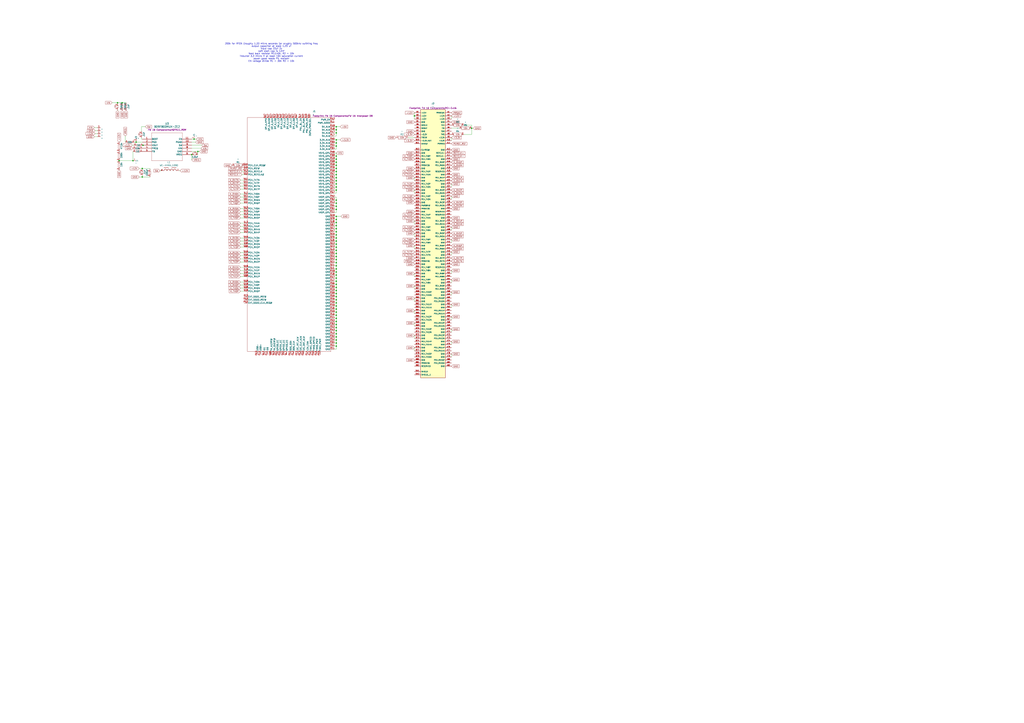
<source format=kicad_sch>
(kicad_sch (version 20231120) (generator "eeschema") (generator_version "8.0")
  (paper "A1")
  (lib_symbols
    (symbol "FW 16 Components:0603"
      (property "Reference" "R" (at 0 0 0))
      (symbol "0603_1_0"
        (pin passive line (at -3.81 1.27 0) (length 1.905) (name "") (number "1"))
        (pin passive line (at 3.81 1.27 180) (length 1.905) (name "") (number "2"))
      )
    )
    (symbol "FW 16 Components:10K"
      (property "Reference" "R" (at 0 0 0))
      (property "Footprint" "FW 16 Components:10k THT" (at 0 0 0) (show_name))
      (symbol "10K_1_0"
        (text "10k" (at 0 2.54 0) (effects (font (size 1.27 1.27))))
        (pin passive line (at -5.08 2.54 0) (length 2) (name "") (number "1"))
        (pin passive line (at 5.08 2.54 180) (length 2) (name "") (number "2"))
      )
    )
    (symbol "FW 16 Components:1210_capacitor"
      (property "Reference" "C" (at 0 0 0))
      (property "Footprint" "FW 16 Components:1210 capacitor" (at 0 0 0))
      (symbol "1210_capacitor_1_0"
        (text "1210\n" (at 0 3.81 0) (effects (font (size 0.5 0.5))))
        (pin passive line (at -2.54 1.905 0) (length 1.905) (name "") (number "1"))
        (pin passive line (at 2.54 1.905 180) (length 1.905) (name "") (number "2"))
      )
    )
    (symbol "FW 16 Components:25SVPF100M"
      (property "Reference" "C" (at 0 0 0))
      (property "Value" "100uf" (at 0 0 0))
      (symbol "25SVPF100M_1_1"
        (pin input line (at -3.175 2.54 0) (length 2.54) (name "") (number "1"))
        (pin input line (at 3.175 2.54 180) (length 2.54) (name "") (number "2"))
      )
    )
    (symbol "FW 16 Components:BD9F800MUX-ZE2" (pin_names (offset 0.254))
      (property "Reference" "U" (at 20.32 10.16 0))
      (property "Value" "BD9F800MUX-ZE2" (at 20.32 7.62 0))
      (property "Footprint" "FW 16 Components:VQFN11_ROM" (at 0 0 0))
      (symbol "BD9F800MUX-ZE2_0_1"
        (pin unspecified line (at 0 0 0) (length 7.62) (name "BOOT") (number "1"))
        (pin power_out line (at 40.64 -2.54 180) (length 7.62) (name "PGND") (number "10"))
        (pin input line (at 40.64 0 180) (length 7.62) (name "EN") (number "11"))
        (pin unspecified line (at 0 -2.54 0) (length 7.62) (name "PGD") (number "2"))
        (pin output line (at 0 -5.08 0) (length 7.62) (name "VOUT") (number "3"))
        (pin unspecified line (at 0 -7.62 0) (length 7.62) (name "FREQ") (number "4"))
        (pin input line (at 0 -10.16 0) (length 7.62) (name "FB") (number "5"))
        (pin power_in line (at 40.64 -12.7 180) (length 7.62) (name "VREG") (number "6"))
        (pin power_out line (at 40.64 -10.16 180) (length 7.62) (name "GND") (number "7"))
        (pin input line (at 40.64 -7.62 180) (length 7.62) (name "VIN") (number "8"))
        (pin bidirectional line (at 40.64 -5.08 180) (length 7.62) (name "SW") (number "9"))
      )
    )
    (symbol "FW 16 Components:Interposer_DB_"
      (property "Reference" "J" (at 0 -1.27 0))
      (property "Footprint" "FW 16 Components:FW 16 Interposer DB" (at -28.575 1.27 90) (show_name))
      (symbol "Interposer_DB__1_1"
        (pin bidirectional line (at 36.195 123.825 180) (length 2.54) (name "VADP_GPU") (number "PA1"))
        (pin bidirectional line (at 36.195 131.445 180) (length 2.54) (name "VADP_GPU") (number "PA2"))
        (pin bidirectional line (at 36.195 29.21 180) (length 2.54) (name "GND") (number "PA3"))
        (pin bidirectional line (at 36.195 173.355 180) (length 2.54) (name "3.3V_ALW") (number "PA4"))
        (pin bidirectional line (at 36.195 178.435 180) (length 2.54) (name "3.3V_ALW") (number "PA5"))
        (pin bidirectional line (at 36.195 59.69 180) (length 2.54) (name "GND") (number "PA6"))
        (pin bidirectional line (at 36.195 149.86 180) (length 2.54) (name "VSYS_GPU") (number "PA7"))
        (pin bidirectional line (at 36.195 167.64 180) (length 2.54) (name "VSYS_GPU") (number "PA8"))
        (pin bidirectional line (at 36.195 121.285 180) (length 2.54) (name "VADP_GPU") (number "PB1"))
        (pin bidirectional line (at 36.195 128.905 180) (length 2.54) (name "VADP_GPU") (number "PB2"))
        (pin bidirectional line (at 36.195 26.67 180) (length 2.54) (name "GND") (number "PB3"))
        (pin bidirectional line (at 36.195 170.815 180) (length 2.54) (name "3.3V_ALW") (number "PB4"))
        (pin bidirectional line (at 36.195 175.895 180) (length 2.54) (name "3.3V_ALW") (number "PB5"))
        (pin bidirectional line (at 36.195 57.15 180) (length 2.54) (name "GND") (number "PB6"))
        (pin bidirectional line (at 36.195 147.32 180) (length 2.54) (name "VSYS_GPU") (number "PB7"))
        (pin bidirectional line (at 36.195 165.1 180) (length 2.54) (name "VSYS_GPU") (number "PB8"))
        (pin bidirectional line (at 36.195 118.745 180) (length 2.54) (name "VADP_GPU") (number "PC1"))
        (pin bidirectional line (at 36.195 126.365 180) (length 2.54) (name "VADP_GPU") (number "PC2"))
        (pin bidirectional line (at 8.89 1.905 90) (length 2.54) (name "I2C_CLK_ALW") (number "PC3"))
        (pin bidirectional line (at 36.195 54.61 180) (length 2.54) (name "GND") (number "PC6"))
        (pin bidirectional line (at 36.195 144.78 180) (length 2.54) (name "VSYS_GPU") (number "PC7"))
        (pin bidirectional line (at 36.195 162.56 180) (length 2.54) (name "VSYS_GPU") (number "PC8"))
        (pin bidirectional line (at 36.195 11.43 180) (length 2.54) (name "GND") (number "PD1"))
        (pin bidirectional line (at 36.195 16.51 180) (length 2.54) (name "GND") (number "PD2"))
        (pin bidirectional line (at 11.43 1.905 90) (length 2.54) (name "I2C_DAT_ALW") (number "PD3"))
        (pin bidirectional line (at 36.195 52.07 180) (length 2.54) (name "GND") (number "PD6"))
        (pin bidirectional line (at 36.195 142.24 180) (length 2.54) (name "VSYS_GPU") (number "PD7"))
        (pin bidirectional line (at 36.195 160.02 180) (length 2.54) (name "VSYS_GPU") (number "PD8"))
        (pin bidirectional line (at 36.195 8.89 180) (length 2.54) (name "GND") (number "PE1"))
        (pin bidirectional line (at 36.195 13.97 180) (length 2.54) (name "GND") (number "PE2"))
        (pin bidirectional line (at 36.195 24.13 180) (length 2.54) (name "GND") (number "PE3"))
        (pin bidirectional line (at 36.195 49.53 180) (length 2.54) (name "GND") (number "PE6"))
        (pin bidirectional line (at 36.195 139.7 180) (length 2.54) (name "VSYS_GPU") (number "PE7"))
        (pin bidirectional line (at 36.195 157.48 180) (length 2.54) (name "VSYS_GPU") (number "PE8"))
        (pin bidirectional line (at 36.195 6.35 180) (length 2.54) (name "GND") (number "PF1"))
        (pin bidirectional line (at 6.35 1.905 90) (length 2.54) (name "I2C_INT_ALW") (number "PF2"))
        (pin bidirectional line (at -37.465 49.53 0) (length 2.54) (name "EXT_SSD1_RST#") (number "PF3"))
        (pin bidirectional line (at 36.195 46.99 180) (length 2.54) (name "GND") (number "PF6"))
        (pin bidirectional line (at 36.195 137.16 180) (length 2.54) (name "VSYS_GPU") (number "PF7"))
        (pin bidirectional line (at 36.195 154.94 180) (length 2.54) (name "VSYS_GPU") (number "PF8"))
        (pin bidirectional line (at -10.16 1.905 90) (length 2.54) (name "GPIO0_EC") (number "PG1"))
        (pin bidirectional line (at -37.465 44.45 0) (length 2.54) (name "EXT_SSD2_CLK_REQ#") (number "PG2"))
        (pin bidirectional line (at -37.465 46.99 0) (length 2.54) (name "EXT_SSD2_RST#") (number "PG3"))
        (pin bidirectional line (at 36.195 44.45 180) (length 2.54) (name "GND") (number "PG6"))
        (pin bidirectional line (at 36.195 134.62 180) (length 2.54) (name "VSYS_GPU") (number "PG7"))
        (pin bidirectional line (at 36.195 152.4 180) (length 2.54) (name "VSYS_GPU") (number "PG8"))
        (pin bidirectional line (at -7.62 1.905 90) (length 2.54) (name "GPIO1_EC") (number "PH1"))
        (pin bidirectional line (at 19.685 1.905 90) (length 2.54) (name "FAN0_SPEED") (number "PH2"))
        (pin bidirectional line (at 36.195 21.59 180) (length 2.54) (name "GND") (number "PH3"))
        (pin bidirectional line (at 36.195 41.91 180) (length 2.54) (name "GND") (number "PH6"))
        (pin bidirectional line (at 36.195 64.77 180) (length 2.54) (name "GND") (number "PH7"))
        (pin bidirectional line (at 36.195 69.85 180) (length 2.54) (name "GND") (number "PH8"))
        (pin output line (at -18.415 1.905 90) (length 2.54) (name "ID0") (number "PJ1"))
        (pin bidirectional line (at 17.145 1.905 90) (length 2.54) (name "FAN1_SPEED") (number "PJ2"))
        (pin bidirectional line (at -24.13 1.905 90) (length 2.54) (name "USB+") (number "PJ3"))
        (pin bidirectional line (at 36.195 39.37 180) (length 2.54) (name "GND") (number "PJ6"))
        (pin bidirectional line (at 36.195 62.23 180) (length 2.54) (name "GND") (number "PJ7"))
        (pin bidirectional line (at 36.195 67.31 180) (length 2.54) (name "GND") (number "PJ8"))
        (pin bidirectional line (at 0.635 1.905 90) (length 2.54) (name "DDS_SDA") (number "PK1"))
        (pin bidirectional line (at 36.195 194.945 180) (length 2.54) (name "PWR_EN") (number "PK2"))
        (pin bidirectional line (at -26.67 1.905 90) (length 2.54) (name "USB-") (number "PK3"))
        (pin bidirectional line (at 36.195 31.75 180) (length 2.54) (name "GND") (number "PK4"))
        (pin bidirectional line (at 24.765 1.905 90) (length 2.54) (name "FAN1_PWM") (number "PK5"))
        (pin bidirectional line (at 36.195 36.83 180) (length 2.54) (name "GND") (number "PK6"))
        (pin bidirectional line (at 36.195 184.15 180) (length 2.54) (name "5V_ALW") (number "PK7"))
        (pin bidirectional line (at 36.195 189.23 180) (length 2.54) (name "5V_ALW") (number "PK8"))
        (pin bidirectional line (at 36.195 192.405 180) (length 2.54) (name "PWR_GOOD") (number "PL1"))
        (pin bidirectional line (at 3.175 1.905 90) (length 2.54) (name "DDS_CLK") (number "PL2"))
        (pin bidirectional line (at 36.195 19.05 180) (length 2.54) (name "GND") (number "PL3"))
        (pin bidirectional line (at 14.605 1.905 90) (length 2.54) (name "12V_FAN") (number "PL4"))
        (pin bidirectional line (at 22.225 1.905 90) (length 2.54) (name "FAN0_PWM") (number "PL5"))
        (pin bidirectional line (at 36.195 34.29 180) (length 2.54) (name "GND") (number "PL6"))
        (pin bidirectional line (at 36.195 181.61 180) (length 2.54) (name "5V_ALW") (number "PL7"))
        (pin bidirectional line (at 36.195 186.69 180) (length 2.54) (name "5V_ALW") (number "PL8"))
        (pin bidirectional line (at -37.465 126.365 0) (length 2.54) (name "PEX_RX6P") (number "SA1"))
        (pin bidirectional line (at -5.08 1.905 90) (length 2.54) (name "GPIO2_EC") (number "SA2"))
        (pin bidirectional line (at -37.465 102.235 0) (length 2.54) (name "PEX_RX4P") (number "SA3"))
        (pin bidirectional line (at -37.465 157.48 0) (length 2.54) (name "PEX_CLK_REQ#") (number "SA4"))
        (pin bidirectional line (at -37.465 154.94 0) (length 2.54) (name "PEX_RST#") (number "SA5"))
        (pin bidirectional line (at -37.465 92.71 0) (length 2.54) (name "PEX_RX3N") (number "SA6"))
        (pin bidirectional line (at -19.685 199.39 270) (length 2.54) (name "DP_A_HPD") (number "SA7"))
        (pin bidirectional line (at -37.465 68.58 0) (length 2.54) (name "PEX_RX1N") (number "SA8"))
        (pin bidirectional line (at -37.465 128.905 0) (length 2.54) (name "PEX_RX6N") (number "SB1"))
        (pin bidirectional line (at 36.195 85.09 180) (length 2.54) (name "GND") (number "SB2"))
        (pin bidirectional line (at -37.465 104.775 0) (length 2.54) (name "PEX_RX4N") (number "SB3"))
        (pin bidirectional line (at 16.51 199.39 270) (length 2.54) (name "DGPU_PWM_SEL") (number "SB4"))
        (pin bidirectional line (at -15.24 1.905 90) (length 2.54) (name "TH_ALERT#") (number "SB5"))
        (pin bidirectional line (at -37.465 90.17 0) (length 2.54) (name "PEX_RX3P") (number "SB6"))
        (pin bidirectional line (at 36.195 107.95 180) (length 2.54) (name "GND") (number "SB7"))
        (pin bidirectional line (at -37.465 66.04 0) (length 2.54) (name "PEX_RX1P") (number "SB8"))
        (pin bidirectional line (at 36.195 77.47 180) (length 2.54) (name "GND") (number "SC1"))
        (pin bidirectional line (at -37.465 152.4 0) (length 2.54) (name "PEX_REFCLK") (number "SC2"))
        (pin bidirectional line (at 36.195 92.71 180) (length 2.54) (name "GND") (number "SC3"))
        (pin bidirectional line (at 36.195 100.33 180) (length 2.54) (name "GND") (number "SC6"))
        (pin bidirectional line (at -1.905 199.39 270) (length 2.54) (name "DP_A_L1#") (number "SC7"))
        (pin bidirectional line (at 36.195 115.57 180) (length 2.54) (name "GND") (number "SC8"))
        (pin bidirectional line (at -37.465 140.335 0) (length 2.54) (name "PEX_RX7N") (number "SD1"))
        (pin bidirectional line (at -37.465 149.86 0) (length 2.54) (name "PEX_REFCLK#") (number "SD2"))
        (pin bidirectional line (at -37.465 114.3 0) (length 2.54) (name "PEX_RX5P") (number "SD3"))
        (pin bidirectional line (at -37.465 80.645 0) (length 2.54) (name "PEX_RX2N") (number "SD6"))
        (pin bidirectional line (at 0.635 199.39 270) (length 2.54) (name "DP_A_L1") (number "SD7"))
        (pin bidirectional line (at -37.465 56.515 0) (length 2.54) (name "PEX_RX0N") (number "SD8"))
        (pin bidirectional line (at -37.465 137.795 0) (length 2.54) (name "PEX_RX7P") (number "SE1"))
        (pin bidirectional line (at 36.195 82.55 180) (length 2.54) (name "GND") (number "SE2"))
        (pin bidirectional line (at -37.465 116.84 0) (length 2.54) (name "PEX_RX5N") (number "SE3"))
        (pin bidirectional line (at -37.465 78.105 0) (length 2.54) (name "PEX_RX2P") (number "SE6"))
        (pin bidirectional line (at 36.195 105.41 180) (length 2.54) (name "GND") (number "SE7"))
        (pin bidirectional line (at -37.465 53.975 0) (length 2.54) (name "PEX_RX0P") (number "SE8"))
        (pin bidirectional line (at 36.195 74.93 180) (length 2.54) (name "GND") (number "SF1"))
        (pin bidirectional line (at -12.065 199.39 270) (length 2.54) (name "DP_A_L3#") (number "SF2"))
        (pin bidirectional line (at 36.195 90.17 180) (length 2.54) (name "GND") (number "SF3"))
        (pin bidirectional line (at 36.195 97.79 180) (length 2.54) (name "GND") (number "SF6"))
        (pin bidirectional line (at 3.175 199.39 270) (length 2.54) (name "DP_A_L0#") (number "SF7"))
        (pin bidirectional line (at 36.195 113.03 180) (length 2.54) (name "GND") (number "SF8"))
        (pin bidirectional line (at -37.465 145.415 0) (length 2.54) (name "PEX_TX7N") (number "SG1"))
        (pin bidirectional line (at -9.525 199.39 270) (length 2.54) (name "DA_A_L3") (number "SG2"))
        (pin bidirectional line (at -37.465 121.92 0) (length 2.54) (name "PEX_TX5N") (number "SG3"))
        (pin bidirectional line (at -37.465 83.185 0) (length 2.54) (name "PEX_TX2P") (number "SG6"))
        (pin bidirectional line (at 5.715 199.39 270) (length 2.54) (name "DP_A_L0") (number "SG7"))
        (pin bidirectional line (at -37.465 61.595 0) (length 2.54) (name "PEX_TX0N") (number "SG8"))
        (pin bidirectional line (at -37.465 142.875 0) (length 2.54) (name "PEX_TX7P") (number "SH1"))
        (pin bidirectional line (at 36.195 80.01 180) (length 2.54) (name "GND") (number "SH2"))
        (pin bidirectional line (at -37.465 119.38 0) (length 2.54) (name "PEX_TX5P") (number "SH3"))
        (pin bidirectional line (at -37.465 85.725 0) (length 2.54) (name "PEX_TX2N") (number "SH6"))
        (pin bidirectional line (at 36.195 102.87 180) (length 2.54) (name "GND") (number "SH7"))
        (pin bidirectional line (at -37.465 59.055 0) (length 2.54) (name "PEX_TX0P") (number "SH8"))
        (pin output line (at 36.195 72.39 180) (length 2.54) (name "GND") (number "SJ1"))
        (pin bidirectional line (at -6.985 199.39 270) (length 2.54) (name "DP_A_L2#") (number "SJ2"))
        (pin bidirectional line (at 36.195 87.63 180) (length 2.54) (name "GND") (number "SJ3"))
        (pin bidirectional line (at 36.195 95.25 180) (length 2.54) (name "GND") (number "SJ6"))
        (pin bidirectional line (at -17.145 199.39 270) (length 2.54) (name "DP_A_AUX#") (number "SJ7"))
        (pin bidirectional line (at 36.195 110.49 180) (length 2.54) (name "GND") (number "SJ8"))
        (pin bidirectional line (at -37.465 131.445 0) (length 2.54) (name "PEX_TX6P") (number "SK1"))
        (pin bidirectional line (at -4.445 199.39 270) (length 2.54) (name "DP_A_L2") (number "SK2"))
        (pin bidirectional line (at -37.465 107.315 0) (length 2.54) (name "PEX_TX4P") (number "SK3"))
        (pin bidirectional line (at 11.43 199.39 270) (length 2.54) (name "PNL_BL_PWM") (number "SK4"))
        (pin bidirectional line (at 13.97 199.39 270) (length 2.54) (name "PNL_PWM_EN") (number "SK5"))
        (pin bidirectional line (at -37.465 97.79 0) (length 2.54) (name "PEX_TX3N") (number "SK6"))
        (pin bidirectional line (at -14.605 199.39 270) (length 2.54) (name "DP_A_AUX") (number "SK7"))
        (pin bidirectional line (at -37.465 73.66 0) (length 2.54) (name "PEX_TX1N") (number "SK8"))
        (pin bidirectional line (at -37.465 133.985 0) (length 2.54) (name "PEX_TX6N") (number "SL1"))
        (pin bidirectional line (at -20.955 1.905 90) (length 2.54) (name "ID1") (number "SL2"))
        (pin bidirectional line (at -37.465 109.855 0) (length 2.54) (name "PEX_TX4N") (number "SL3"))
        (pin bidirectional line (at 8.89 199.39 270) (length 2.54) (name "PNL_BL_EN") (number "SL4"))
        (pin bidirectional line (at -12.7 1.905 90) (length 2.54) (name "TH_OVERT#") (number "SL5"))
        (pin bidirectional line (at -37.465 95.25 0) (length 2.54) (name "PEX_TX3P") (number "SL6"))
        (pin bidirectional line (at -2.54 1.905 90) (length 2.54) (name "GPIO3_EC") (number "SL7"))
        (pin bidirectional line (at -37.465 71.12 0) (length 2.54) (name "PEX_TX1P") (number "SL8"))
      )
    )
    (symbol "FW 16 Components:PCI-Ex16"
      (property "Reference" "J" (at 0 0 0))
      (symbol "PCI-Ex16_1_0"
        (pin passive line (at 15.875 219.71 180) (length 5.08) (name "PRNST#1") (number "A1"))
        (pin passive line (at 15.875 196.85 180) (length 5.08) (name "+3.3V") (number "A10"))
        (pin passive line (at 15.875 194.31 180) (length 5.08) (name "PERST#") (number "A11"))
        (pin passive line (at 15.875 189.23 180) (length 5.08) (name "GND") (number "A12"))
        (pin passive line (at 15.875 186.69 180) (length 5.08) (name "REFCLK+") (number "A13"))
        (pin passive line (at 15.875 184.15 180) (length 5.08) (name "REFCLK-") (number "A14"))
        (pin passive line (at 15.875 181.61 180) (length 5.08) (name "GND") (number "A15"))
        (pin passive line (at 15.875 179.07 180) (length 5.08) (name "PEX_RX0P") (number "A16"))
        (pin passive line (at 15.875 176.53 180) (length 5.08) (name "PEX_RX0N") (number "A17"))
        (pin passive line (at 15.875 173.99 180) (length 5.08) (name "GND") (number "A18"))
        (pin passive line (at 15.875 171.45 180) (length 5.08) (name "RESERVED") (number "A19"))
        (pin passive line (at 15.875 217.17 180) (length 5.08) (name "+12V") (number "A2"))
        (pin passive line (at 15.875 168.91 180) (length 5.08) (name "GND") (number "A20"))
        (pin passive line (at 15.875 166.37 180) (length 5.08) (name "PEX_RX1P") (number "A21"))
        (pin passive line (at 15.875 163.83 180) (length 5.08) (name "PEX_RX1N") (number "A22"))
        (pin passive line (at 15.875 161.29 180) (length 5.08) (name "GND") (number "A23"))
        (pin passive line (at 15.875 158.75 180) (length 5.08) (name "GND") (number "A24"))
        (pin passive line (at 15.875 156.21 180) (length 5.08) (name "PEX_RX2P") (number "A25"))
        (pin passive line (at 15.875 153.67 180) (length 5.08) (name "PEX_RX2N") (number "A26"))
        (pin passive line (at 15.875 151.13 180) (length 5.08) (name "GND") (number "A27"))
        (pin passive line (at 15.875 148.59 180) (length 5.08) (name "GND") (number "A28"))
        (pin passive line (at 15.875 146.05 180) (length 5.08) (name "PEX_RX3P") (number "A29"))
        (pin passive line (at 15.875 214.63 180) (length 5.08) (name "+12V") (number "A3"))
        (pin passive line (at 15.875 143.51 180) (length 5.08) (name "PEX_RX3N") (number "A30"))
        (pin passive line (at 15.875 140.97 180) (length 5.08) (name "GND") (number "A31"))
        (pin passive line (at 15.875 138.43 180) (length 5.08) (name "RESERVED") (number "A32"))
        (pin passive line (at 15.875 135.89 180) (length 5.08) (name "RESERVED") (number "A33"))
        (pin passive line (at 15.875 133.35 180) (length 5.08) (name "GND") (number "A34"))
        (pin passive line (at 15.875 130.81 180) (length 5.08) (name "PEX_RX4P") (number "A35"))
        (pin passive line (at 15.875 128.27 180) (length 5.08) (name "PEX_RX4N") (number "A36"))
        (pin passive line (at 15.875 125.73 180) (length 5.08) (name "GND") (number "A37"))
        (pin passive line (at 15.875 123.19 180) (length 5.08) (name "GND") (number "A38"))
        (pin passive line (at 15.875 120.65 180) (length 5.08) (name "PEX_RX5P") (number "A39"))
        (pin passive line (at 15.875 212.09 180) (length 5.08) (name "GND") (number "A4"))
        (pin passive line (at 15.875 118.11 180) (length 5.08) (name "PEX_RX5N") (number "A40"))
        (pin passive line (at 15.875 115.57 180) (length 5.08) (name "GND") (number "A41"))
        (pin passive line (at 15.875 113.03 180) (length 5.08) (name "GND") (number "A42"))
        (pin passive line (at 15.875 110.49 180) (length 5.08) (name "PEX_RX6P") (number "A43"))
        (pin passive line (at 15.875 107.95 180) (length 5.08) (name "PEX_RX6N") (number "A44"))
        (pin passive line (at 15.875 105.41 180) (length 5.08) (name "GND") (number "A45"))
        (pin passive line (at 15.875 102.87 180) (length 5.08) (name "GND") (number "A46"))
        (pin passive line (at 15.875 100.33 180) (length 5.08) (name "PEX_RX7P") (number "A47"))
        (pin passive line (at 15.875 97.79 180) (length 5.08) (name "PEX_RX7N") (number "A48"))
        (pin passive line (at 15.875 95.25 180) (length 5.08) (name "GND") (number "A49"))
        (pin passive line (at 15.875 209.55 180) (length 5.08) (name "TCK") (number "A5"))
        (pin passive line (at 15.875 92.71 180) (length 5.08) (name "RESERVED") (number "A50"))
        (pin passive line (at 15.875 90.17 180) (length 5.08) (name "GND") (number "A51"))
        (pin passive line (at 15.875 87.63 180) (length 5.08) (name "PEX_RX8P") (number "A52"))
        (pin passive line (at 15.875 85.09 180) (length 5.08) (name "PEX_RX8N") (number "A53"))
        (pin passive line (at 15.875 82.55 180) (length 5.08) (name "GND") (number "A54"))
        (pin passive line (at 15.875 80.01 180) (length 5.08) (name "GND") (number "A55"))
        (pin passive line (at 15.875 77.47 180) (length 5.08) (name "PEX_RX9P") (number "A56"))
        (pin passive line (at 15.875 74.93 180) (length 5.08) (name "PEX_RX9N") (number "A57"))
        (pin passive line (at 15.875 72.39 180) (length 5.08) (name "GND") (number "A58"))
        (pin passive line (at 15.875 69.85 180) (length 5.08) (name "GND") (number "A59"))
        (pin passive line (at 15.875 207.01 180) (length 5.08) (name "TDI") (number "A6"))
        (pin passive line (at 15.875 67.31 180) (length 5.08) (name "PEX_RX10P") (number "A60"))
        (pin passive line (at 15.875 64.77 180) (length 5.08) (name "PEX_RX10N") (number "A61"))
        (pin passive line (at 15.875 62.23 180) (length 5.08) (name "GND") (number "A62"))
        (pin passive line (at 15.875 59.69 180) (length 5.08) (name "GND") (number "A63"))
        (pin passive line (at 15.875 57.15 180) (length 5.08) (name "PEX_RX11P") (number "A64"))
        (pin passive line (at 15.875 54.61 180) (length 5.08) (name "PEX_RX11N") (number "A65"))
        (pin passive line (at 15.875 52.07 180) (length 5.08) (name "GND") (number "A66"))
        (pin passive line (at 15.875 49.53 180) (length 5.08) (name "GND") (number "A67"))
        (pin passive line (at 15.875 46.99 180) (length 5.08) (name "PEX_RX12P") (number "A68"))
        (pin passive line (at 15.875 44.45 180) (length 5.08) (name "PEX_RX12N") (number "A69"))
        (pin passive line (at 15.875 204.47 180) (length 5.08) (name "TDO") (number "A7"))
        (pin passive line (at 15.875 41.91 180) (length 5.08) (name "GND") (number "A70"))
        (pin passive line (at 15.875 39.37 180) (length 5.08) (name "GND") (number "A71"))
        (pin passive line (at 15.875 36.83 180) (length 5.08) (name "PEX_RX13P") (number "A72"))
        (pin passive line (at 15.875 34.29 180) (length 5.08) (name "PEX_RX13N") (number "A73"))
        (pin passive line (at 15.875 31.75 180) (length 5.08) (name "GND") (number "A74"))
        (pin passive line (at 15.875 29.21 180) (length 5.08) (name "GND") (number "A75"))
        (pin passive line (at 15.875 26.67 180) (length 5.08) (name "PEX_RX14P") (number "A76"))
        (pin passive line (at 15.875 24.13 180) (length 5.08) (name "PEX_RX14N") (number "A77"))
        (pin passive line (at 15.875 21.59 180) (length 5.08) (name "GND") (number "A78"))
        (pin passive line (at 15.875 19.05 180) (length 5.08) (name "GND") (number "A79"))
        (pin passive line (at 15.875 201.93 180) (length 5.08) (name "TMS") (number "A8"))
        (pin passive line (at 15.875 16.51 180) (length 5.08) (name "PEX_RX15P") (number "A80"))
        (pin passive line (at 15.875 13.97 180) (length 5.08) (name "PEX_RX15N") (number "A81"))
        (pin passive line (at 15.875 11.43 180) (length 5.08) (name "GND") (number "A82"))
        (pin passive line (at 15.875 199.39 180) (length 5.08) (name "+3.3V") (number "A9"))
        (pin passive line (at -14.605 219.71 0) (length 5.08) (name "+12V") (number "B1"))
        (pin passive line (at -14.605 196.85 0) (length 5.08) (name "+3.3V_AUX") (number "B10"))
        (pin passive line (at -14.605 194.31 0) (length 5.08) (name "WAKE#") (number "B11"))
        (pin passive line (at -14.605 189.23 0) (length 5.08) (name "CLKREQ#") (number "B12"))
        (pin passive line (at -14.605 186.69 0) (length 5.08) (name "GND") (number "B13"))
        (pin passive line (at -14.605 184.15 0) (length 5.08) (name "PEX_TX0P") (number "B14"))
        (pin passive line (at -14.605 181.61 0) (length 5.08) (name "PEX_TX0N") (number "B15"))
        (pin passive line (at -14.605 179.07 0) (length 5.08) (name "GND") (number "B16"))
        (pin passive line (at -14.605 176.53 0) (length 5.08) (name "PRSNT2#") (number "B17"))
        (pin passive line (at -14.605 173.99 0) (length 5.08) (name "GND") (number "B18"))
        (pin passive line (at -14.605 171.45 0) (length 5.08) (name "PEX_TX1P") (number "B19"))
        (pin passive line (at -14.605 217.17 0) (length 5.08) (name "+12V") (number "B2"))
        (pin passive line (at -14.605 168.91 0) (length 5.08) (name "PEX_TX1N") (number "B20"))
        (pin passive line (at -14.605 166.37 0) (length 5.08) (name "GND") (number "B21"))
        (pin passive line (at -14.605 163.83 0) (length 5.08) (name "GND") (number "B22"))
        (pin passive line (at -14.605 161.29 0) (length 5.08) (name "PEX_TX2P") (number "B23"))
        (pin passive line (at -14.605 158.75 0) (length 5.08) (name "PEX_TX2N") (number "B24"))
        (pin passive line (at -14.605 156.21 0) (length 5.08) (name "GND") (number "B25"))
        (pin passive line (at -14.605 153.67 0) (length 5.08) (name "GND") (number "B26"))
        (pin passive line (at -14.605 151.13 0) (length 5.08) (name "PEX_TX3P") (number "B27"))
        (pin passive line (at -14.605 148.59 0) (length 5.08) (name "PEX_TX3N") (number "B28"))
        (pin passive line (at -14.605 146.05 0) (length 5.08) (name "GND") (number "B29"))
        (pin passive line (at -14.605 214.63 0) (length 5.08) (name "+12V") (number "B3"))
        (pin passive line (at -14.605 143.51 0) (length 5.08) (name "PWRBRK#") (number "B30"))
        (pin passive line (at -14.605 140.97 0) (length 5.08) (name "PRSNT2#") (number "B31"))
        (pin passive line (at -14.605 138.43 0) (length 5.08) (name "GND") (number "B32"))
        (pin passive line (at -14.605 135.89 0) (length 5.08) (name "PEX_TX4P") (number "B33"))
        (pin passive line (at -14.605 133.35 0) (length 5.08) (name "PEX_TX4N") (number "B34"))
        (pin passive line (at -14.605 130.81 0) (length 5.08) (name "GND") (number "B35"))
        (pin passive line (at -14.605 128.27 0) (length 5.08) (name "GND") (number "B36"))
        (pin passive line (at -14.605 125.73 0) (length 5.08) (name "PEX_TX5P") (number "B37"))
        (pin passive line (at -14.605 123.19 0) (length 5.08) (name "PEX_TX5N") (number "B38"))
        (pin passive line (at -14.605 120.65 0) (length 5.08) (name "GND") (number "B39"))
        (pin passive line (at -14.605 212.09 0) (length 5.08) (name "GND") (number "B4"))
        (pin passive line (at -14.605 118.11 0) (length 5.08) (name "GND") (number "B40"))
        (pin passive line (at -14.605 115.57 0) (length 5.08) (name "PEX_TX6P") (number "B41"))
        (pin passive line (at -14.605 113.03 0) (length 5.08) (name "PEX_TX6N") (number "B42"))
        (pin passive line (at -14.605 110.49 0) (length 5.08) (name "GND") (number "B43"))
        (pin passive line (at -14.605 107.95 0) (length 5.08) (name "GND") (number "B44"))
        (pin passive line (at -14.605 105.41 0) (length 5.08) (name "PEX_TX7P") (number "B45"))
        (pin passive line (at -14.605 102.87 0) (length 5.08) (name "PEX_TX7N") (number "B46"))
        (pin passive line (at -14.605 100.33 0) (length 5.08) (name "GND") (number "B47"))
        (pin passive line (at -14.605 97.79 0) (length 5.08) (name "PRSNT2#") (number "B48"))
        (pin passive line (at -14.605 95.25 0) (length 5.08) (name "GND") (number "B49"))
        (pin passive line (at -14.605 209.55 0) (length 5.08) (name "SMCLK") (number "B5"))
        (pin passive line (at -14.605 92.71 0) (length 5.08) (name "PEX_TX8P") (number "B50"))
        (pin passive line (at -14.605 90.17 0) (length 5.08) (name "PEX_TX8N") (number "B51"))
        (pin passive line (at -14.605 87.63 0) (length 5.08) (name "GND") (number "B52"))
        (pin passive line (at -14.605 85.09 0) (length 5.08) (name "GND") (number "B53"))
        (pin passive line (at -14.605 82.55 0) (length 5.08) (name "PEX_TX9P") (number "B54"))
        (pin passive line (at -14.605 80.01 0) (length 5.08) (name "PEX_TX9N") (number "B55"))
        (pin passive line (at -14.605 77.47 0) (length 5.08) (name "GND") (number "B56"))
        (pin passive line (at -14.605 74.93 0) (length 5.08) (name "GND") (number "B57"))
        (pin passive line (at -14.605 72.39 0) (length 5.08) (name "PEX_TX10P") (number "B58"))
        (pin passive line (at -14.605 69.85 0) (length 5.08) (name "PEX_TX10N") (number "B59"))
        (pin passive line (at -14.605 207.01 0) (length 5.08) (name "SMDAT") (number "B6"))
        (pin passive line (at -14.605 67.31 0) (length 5.08) (name "GND") (number "B60"))
        (pin passive line (at -14.605 64.77 0) (length 5.08) (name "GND") (number "B61"))
        (pin passive line (at -14.605 62.23 0) (length 5.08) (name "PEX_TX11P") (number "B62"))
        (pin passive line (at -14.605 59.69 0) (length 5.08) (name "PEX_TX11N") (number "B63"))
        (pin passive line (at -14.605 57.15 0) (length 5.08) (name "GND") (number "B64"))
        (pin passive line (at -14.605 54.61 0) (length 5.08) (name "GND") (number "B65"))
        (pin passive line (at -14.605 52.07 0) (length 5.08) (name "PEX_TX12P") (number "B66"))
        (pin passive line (at -14.605 49.53 0) (length 5.08) (name "PEX_TX12N") (number "B67"))
        (pin passive line (at -14.605 46.99 0) (length 5.08) (name "GND") (number "B68"))
        (pin passive line (at -14.605 44.45 0) (length 5.08) (name "GND") (number "B69"))
        (pin passive line (at -14.605 204.47 0) (length 5.08) (name "GND") (number "B7"))
        (pin passive line (at -14.605 41.91 0) (length 5.08) (name "PEX_TX13P") (number "B70"))
        (pin passive line (at -14.605 39.37 0) (length 5.08) (name "PEX_TX13N") (number "B71"))
        (pin passive line (at -14.605 36.83 0) (length 5.08) (name "GND") (number "B72"))
        (pin passive line (at -14.605 34.29 0) (length 5.08) (name "GND") (number "B73"))
        (pin passive line (at -14.605 31.75 0) (length 5.08) (name "PEX_TX14P") (number "B74"))
        (pin passive line (at -14.605 29.21 0) (length 5.08) (name "PEX_TX14N") (number "B75"))
        (pin passive line (at -14.605 26.67 0) (length 5.08) (name "GND") (number "B76"))
        (pin passive line (at -14.605 24.13 0) (length 5.08) (name "GND") (number "B77"))
        (pin passive line (at -14.605 21.59 0) (length 5.08) (name "PEX_TX15P") (number "B78"))
        (pin passive line (at -14.605 19.05 0) (length 5.08) (name "PEX_TX15N") (number "B79"))
        (pin passive line (at -14.605 201.93 0) (length 5.08) (name "+3.3V") (number "B8"))
        (pin passive line (at -14.605 16.51 0) (length 5.08) (name "GND") (number "B80"))
        (pin passive line (at -14.605 13.97 0) (length 5.08) (name "PRNST2#") (number "B81"))
        (pin passive line (at -14.605 11.43 0) (length 5.08) (name "RESERVED") (number "B82"))
        (pin passive line (at -14.605 199.39 0) (length 5.08) (name "TRST#") (number "B9"))
        (pin passive line (at -14.605 6.985 0) (length 5.08) (name "SHIELD") (number "SH1"))
        (pin passive line (at -14.605 4.445 0) (length 5.08) (name "SHIELD__1") (number "SH2"))
      )
    )
    (symbol "FW 16 Components:PowerTHT"
      (property "Reference" "J" (at 0 0 0))
      (symbol "PowerTHT_1_1"
        (pin input line (at 0.635 0.635 180) (length 2.54) (name "") (number "1"))
      )
    )
    (symbol "FW 16 Components:TestPad"
      (property "Reference" "J" (at 0 0 0))
      (symbol "TestPad_1_1"
        (pin input line (at 1.27 1.27 180) (length 2.54) (name "") (number "1"))
      )
    )
    (symbol "FW 16 Components:WE-XHMA_1090" (pin_names (offset 1.016))
      (property "Reference" "L" (at 0 3.81 0))
      (property "Value" "WE-XHMA_1090" (at 0 -1.905 0))
      (symbol "WE-XHMA_1090_0_0"
        (pin passive line (at -7.62 0 0) (length 2.54) (name "~") (number "1"))
        (pin passive line (at 7.62 0 180) (length 2.54) (name "~") (number "2"))
      )
    )
  )
  (junction (at 340.36 95.25))
  (junction (at 276.225 210.82))
  (junction (at 96.52 84.455))
  (junction (at 276.225 279.4))
  (junction (at 276.225 190.5))
  (junction (at 276.225 233.68))
  (junction (at 276.225 256.54))
  (junction (at 276.225 215.9))
  (junction (at 117.475 119.38))
  (junction (at 276.225 167.005))
  (junction (at 276.225 109.22))
  (junction (at 276.225 248.92))
  (junction (at 276.225 198.12))
  (junction (at 276.225 151.13))
  (junction (at 276.225 172.085))
  (junction (at 159.385 114.3))
  (junction (at 116.84 138.43))
  (junction (at 276.225 120.015))
  (junction (at 276.225 143.51))
  (junction (at 276.225 220.98))
  (junction (at 276.225 284.48))
  (junction (at 276.225 140.97))
  (junction (at 276.225 231.14))
  (junction (at 276.225 146.05))
  (junction (at 276.225 254))
  (junction (at 276.225 177.8))
  (junction (at 276.225 135.89))
  (junction (at 276.225 133.35))
  (junction (at 276.225 274.32))
  (junction (at 276.225 106.68))
  (junction (at 276.225 180.34))
  (junction (at 100.33 84.455))
  (junction (at 116.84 145.415))
  (junction (at 276.225 104.14))
  (junction (at 276.225 276.86))
  (junction (at 276.225 208.28))
  (junction (at 276.225 193.04))
  (junction (at 97.79 132.08))
  (junction (at 276.225 195.58))
  (junction (at 276.225 238.76))
  (junction (at 276.225 185.42))
  (junction (at 276.225 169.545))
  (junction (at 276.225 226.06))
  (junction (at 276.225 259.08))
  (junction (at 276.225 261.62))
  (junction (at 276.225 203.2))
  (junction (at 276.225 246.38))
  (junction (at 276.225 236.22))
  (junction (at 276.225 213.36))
  (junction (at 276.225 241.3))
  (junction (at 276.225 114.935))
  (junction (at 276.225 269.24))
  (junction (at 109.22 132.08))
  (junction (at 276.225 117.475))
  (junction (at 276.225 138.43))
  (junction (at 276.225 200.66))
  (junction (at 162.56 124.46))
  (junction (at 276.225 251.46))
  (junction (at 387.35 105.41))
  (junction (at 276.225 182.88))
  (junction (at 276.225 223.52))
  (junction (at 276.225 187.96))
  (junction (at 276.225 264.16))
  (junction (at 276.225 205.74))
  (junction (at 276.225 271.78))
  (junction (at 276.225 164.465))
  (junction (at 157.48 127))
  (junction (at 276.225 266.7))
  (junction (at 276.225 243.84))
  (junction (at 276.225 281.94))
  (junction (at 276.225 148.59))
  (junction (at 276.225 156.21))
  (junction (at 276.225 130.81))
  (junction (at 276.225 228.6))
  (junction (at 276.225 153.67))
  (junction (at 276.225 218.44))
  (junction (at 276.225 128.27))
  (junction (at 111.76 116.84))
  (wire (pts (xy 197.485 212.725) (xy 200.66 212.725)))
  (wire (pts (xy 276.225 195.58) (xy 276.225 198.12)))
  (wire (pts (xy 197.485 176.53) (xy 200.66 176.53)))
  (wire (pts (xy 111.76 116.84) (xy 116.84 116.84)))
  (wire (pts (xy 117.475 119.38) (xy 118.11 119.38)))
  (wire (pts (xy 274.32 205.74) (xy 276.225 205.74)))
  (wire (pts (xy 340.36 92.71) (xy 340.36 95.25)))
  (wire (pts (xy 162.56 124.46) (xy 162.56 127)))
  (wire (pts (xy 157.48 127) (xy 157.48 131.445)))
  (wire (pts (xy 387.35 105.41) (xy 387.35 110.49)))
  (wire (pts (xy 274.32 151.13) (xy 276.225 151.13)))
  (wire (pts (xy 276.225 180.34) (xy 276.225 182.88)))
  (wire (pts (xy 77.47 112.395) (xy 80.01 112.395)))
  (wire (pts (xy 381 102.87) (xy 387.35 102.87)))
  (wire (pts (xy 276.225 104.14) (xy 279.4 104.14)))
  (wire (pts (xy 92.075 84.455) (xy 96.52 84.455)))
  (wire (pts (xy 276.225 109.22) (xy 276.225 111.76)))
  (wire (pts (xy 276.225 187.96) (xy 276.225 190.5)))
  (wire (pts (xy 100.33 84.455) (xy 103.505 84.455)))
  (wire (pts (xy 276.225 246.38) (xy 276.225 248.92)))
  (wire (pts (xy 274.32 241.3) (xy 276.225 241.3)))
  (wire (pts (xy 370.84 207.01) (xy 370.84 209.55)))
  (wire (pts (xy 274.32 271.78) (xy 276.225 271.78)))
  (wire (pts (xy 274.32 281.94) (xy 276.225 281.94)))
  (wire (pts (xy 165.1 121.92) (xy 157.48 121.92)))
  (wire (pts (xy 370.84 196.85) (xy 370.84 199.39)))
  (wire (pts (xy 274.32 125.73) (xy 276.225 125.73)))
  (wire (pts (xy 197.485 188.595) (xy 200.66 188.595)))
  (wire (pts (xy 387.35 102.87) (xy 387.35 105.41)))
  (wire (pts (xy 276.225 114.935) (xy 276.225 117.475)))
  (wire (pts (xy 159.385 114.3) (xy 157.48 114.3)))
  (wire (pts (xy 276.225 106.68) (xy 276.225 109.22)))
  (wire (pts (xy 197.485 164.465) (xy 200.66 164.465)))
  (wire (pts (xy 340.36 156.21) (xy 340.36 158.75)))
  (wire (pts (xy 274.32 238.76) (xy 276.225 238.76)))
  (wire (pts (xy 276.225 259.08) (xy 276.225 261.62)))
  (wire (pts (xy 276.225 256.54) (xy 276.225 259.08)))
  (wire (pts (xy 276.225 243.84) (xy 276.225 246.38)))
  (wire (pts (xy 274.32 190.5) (xy 276.225 190.5)))
  (wire (pts (xy 116.205 113.03) (xy 116.205 114.3)))
  (wire (pts (xy 340.36 224.79) (xy 340.36 227.33)))
  (wire (pts (xy 340.36 95.25) (xy 340.36 97.79)))
  (wire (pts (xy 274.32 169.545) (xy 276.225 169.545)))
  (wire (pts (xy 276.225 271.78) (xy 276.225 274.32)))
  (wire (pts (xy 370.84 222.25) (xy 370.84 224.79)))
  (wire (pts (xy 370.84 161.29) (xy 370.84 163.83)))
  (wire (pts (xy 274.32 243.84) (xy 276.225 243.84)))
  (wire (pts (xy 274.32 226.06) (xy 276.225 226.06)))
  (wire (pts (xy 274.32 284.48) (xy 276.225 284.48)))
  (wire (pts (xy 276.225 146.05) (xy 276.225 148.59)))
  (wire (pts (xy 370.84 186.69) (xy 370.84 189.23)))
  (wire (pts (xy 116.84 119.38) (xy 117.475 119.38)))
  (wire (pts (xy 197.485 147.955) (xy 200.66 147.955)))
  (wire (pts (xy 119.38 104.14) (xy 116.205 104.14)))
  (wire (pts (xy 274.32 182.88) (xy 276.225 182.88)))
  (wire (pts (xy 276.225 248.92) (xy 276.225 251.46)))
  (wire (pts (xy 276.225 143.51) (xy 276.225 146.05)))
  (wire (pts (xy 276.225 284.48) (xy 276.225 287.02)))
  (wire (pts (xy 197.485 224.79) (xy 200.66 224.79)))
  (wire (pts (xy 274.32 274.32) (xy 276.225 274.32)))
  (wire (pts (xy 276.225 274.32) (xy 276.225 276.86)))
  (wire (pts (xy 388.62 105.41) (xy 387.35 105.41)))
  (wire (pts (xy 274.32 195.58) (xy 276.225 195.58)))
  (wire (pts (xy 274.32 187.96) (xy 276.225 187.96)))
  (wire (pts (xy 131.445 140.335) (xy 132.08 140.335)))
  (wire (pts (xy 276.225 128.27) (xy 276.225 130.81)))
  (wire (pts (xy 276.225 231.14) (xy 276.225 233.68)))
  (wire (pts (xy 276.225 117.475) (xy 276.225 120.015)))
  (wire (pts (xy 381 110.49) (xy 387.35 110.49)))
  (wire (pts (xy 340.36 275.59) (xy 340.36 278.13)))
  (wire (pts (xy 274.32 218.44) (xy 276.225 218.44)))
  (wire (pts (xy 78.105 109.855) (xy 80.01 109.855)))
  (wire (pts (xy 274.32 228.6) (xy 276.225 228.6)))
  (wire (pts (xy 161.29 114.3) (xy 159.385 114.3)))
  (wire (pts (xy 197.485 183.515) (xy 200.66 183.515)))
  (wire (pts (xy 370.84 250.19) (xy 370.84 252.73)))
  (wire (pts (xy 197.485 210.185) (xy 200.66 210.185)))
  (wire (pts (xy 197.485 222.25) (xy 200.66 222.25)))
  (wire (pts (xy 276.225 130.81) (xy 276.225 133.35)))
  (wire (pts (xy 274.32 122.555) (xy 276.225 122.555)))
  (wire (pts (xy 274.32 261.62) (xy 276.225 261.62)))
  (wire (pts (xy 197.485 167.005) (xy 200.66 167.005)))
  (wire (pts (xy 340.36 285.75) (xy 340.36 288.29)))
  (wire (pts (xy 276.225 182.88) (xy 276.225 185.42)))
  (wire (pts (xy 276.225 287.02) (xy 274.32 287.02)))
  (wire (pts (xy 147.955 140.335) (xy 147.32 140.335)))
  (wire (pts (xy 276.225 264.16) (xy 276.225 266.7)))
  (wire (pts (xy 276.225 169.545) (xy 276.225 172.085)))
  (wire (pts (xy 276.225 104.14) (xy 276.225 106.68)))
  (wire (pts (xy 370.84 151.13) (xy 370.84 153.67)))
  (wire (pts (xy 370.84 229.87) (xy 370.84 232.41)))
  (wire (pts (xy 276.225 238.76) (xy 276.225 241.3)))
  (wire (pts (xy 197.485 215.265) (xy 200.66 215.265)))
  (wire (pts (xy 197.485 234.315) (xy 200.66 234.315)))
  (wire (pts (xy 198.755 140.97) (xy 200.66 140.97)))
  (wire (pts (xy 274.32 236.22) (xy 276.225 236.22)))
  (wire (pts (xy 274.32 185.42) (xy 276.225 185.42)))
  (wire (pts (xy 276.225 164.465) (xy 276.225 167.005)))
  (wire (pts (xy 340.36 181.61) (xy 340.36 184.15)))
  (wire (pts (xy 276.225 233.68) (xy 276.225 236.22)))
  (wire (pts (xy 116.205 104.14) (xy 116.205 107.95)))
  (wire (pts (xy 276.225 208.28) (xy 276.225 210.82)))
  (wire (pts (xy 276.225 156.21) (xy 276.225 158.75)))
  (wire (pts (xy 274.32 156.21) (xy 276.225 156.21)))
  (wire (pts (xy 276.225 215.9) (xy 276.225 218.44)))
  (wire (pts (xy 96.52 84.455) (xy 100.33 84.455)))
  (wire (pts (xy 340.36 234.95) (xy 340.36 237.49)))
  (wire (pts (xy 276.225 138.43) (xy 276.225 140.97)))
  (wire (pts (xy 274.32 128.27) (xy 276.225 128.27)))
  (wire (pts (xy 274.32 259.08) (xy 276.225 259.08)))
  (wire (pts (xy 274.32 276.86) (xy 276.225 276.86)))
  (wire (pts (xy 197.485 239.395) (xy 200.66 239.395)))
  (wire (pts (xy 274.32 167.005) (xy 276.225 167.005)))
  (wire (pts (xy 370.84 290.83) (xy 370.84 293.37)))
  (wire (pts (xy 116.84 144.145) (xy 116.84 145.415)))
  (wire (pts (xy 274.32 109.22) (xy 276.225 109.22)))
  (wire (pts (xy 197.485 155.575) (xy 200.66 155.575)))
  (wire (pts (xy 274.32 140.97) (xy 276.225 140.97)))
  (wire (pts (xy 274.32 135.89) (xy 276.225 135.89)))
  (wire (pts (xy 276.225 151.13) (xy 276.225 153.67)))
  (wire (pts (xy 276.225 133.35) (xy 276.225 135.89)))
  (wire (pts (xy 276.225 148.59) (xy 276.225 151.13)))
  (wire (pts (xy 197.485 179.07) (xy 200.66 179.07)))
  (wire (pts (xy 197.485 203.2) (xy 200.66 203.2)))
  (wire (pts (xy 197.485 236.855) (xy 200.66 236.855)))
  (wire (pts (xy 276.225 210.82) (xy 276.225 213.36)))
  (wire (pts (xy 274.32 106.68) (xy 276.225 106.68)))
  (wire (pts (xy 274.32 248.92) (xy 276.225 248.92)))
  (wire (pts (xy 276.225 177.8) (xy 276.225 180.34)))
  (wire (pts (xy 276.225 125.73) (xy 276.225 128.27)))
  (wire (pts (xy 276.225 158.75) (xy 274.32 158.75)))
  (wire (pts (xy 370.84 270.51) (xy 370.84 273.05)))
  (wire (pts (xy 274.32 143.51) (xy 276.225 143.51)))
  (wire (pts (xy 276.225 220.98) (xy 276.225 223.52)))
  (wire (pts (xy 97.79 132.08) (xy 109.22 132.08)))
  (wire (pts (xy 197.485 159.385) (xy 200.66 159.385)))
  (wire (pts (xy 274.32 117.475) (xy 276.225 117.475)))
  (wire (pts (xy 274.32 215.9) (xy 276.225 215.9)))
  (wire (pts (xy 276.225 269.24) (xy 276.225 271.78)))
  (wire (pts (xy 197.485 227.33) (xy 200.66 227.33)))
  (wire (pts (xy 197.485 195.58) (xy 200.66 195.58)))
  (wire (pts (xy 274.32 180.34) (xy 276.225 180.34)))
  (wire (pts (xy 276.225 120.015) (xy 276.225 122.555)))
  (wire (pts (xy 274.32 193.04) (xy 276.225 193.04)))
  (wire (pts (xy 274.32 210.82) (xy 276.225 210.82)))
  (wire (pts (xy 276.225 261.62) (xy 276.225 264.16)))
  (wire (pts (xy 276.225 281.94) (xy 276.225 284.48)))
  (wire (pts (xy 274.32 208.28) (xy 276.225 208.28)))
  (wire (pts (xy 274.32 153.67) (xy 276.225 153.67)))
  (wire (pts (xy 108.585 119.38) (xy 109.855 119.38)))
  (wire (pts (xy 197.485 231.775) (xy 200.66 231.775)))
  (wire (pts (xy 276.225 223.52) (xy 276.225 226.06)))
  (wire (pts (xy 276.225 251.46) (xy 276.225 254)))
  (wire (pts (xy 197.485 219.71) (xy 200.66 219.71)))
  (wire (pts (xy 276.225 213.36) (xy 276.225 215.9)))
  (wire (pts (xy 109.22 132.08) (xy 109.22 124.46)))
  (wire (pts (xy 274.32 264.16) (xy 276.225 264.16)))
  (wire (pts (xy 197.485 200.66) (xy 200.66 200.66)))
  (wire (pts (xy 274.32 133.35) (xy 276.225 133.35)))
  (wire (pts (xy 276.225 153.67) (xy 276.225 156.21)))
  (wire (pts (xy 123.19 138.43) (xy 123.19 139.065)))
  (wire (pts (xy 274.32 111.76) (xy 276.225 111.76)))
  (wire (pts (xy 340.36 191.77) (xy 340.36 194.31)))
  (wire (pts (xy 274.32 246.38) (xy 276.225 246.38)))
  (wire (pts (xy 110.49 116.84) (xy 111.76 116.84)))
  (wire (pts (xy 340.36 146.05) (xy 340.36 148.59)))
  (wire (pts (xy 276.225 190.5) (xy 276.225 193.04)))
  (wire (pts (xy 80.01 104.775) (xy 77.47 104.775)))
  (wire (pts (xy 274.32 269.24) (xy 276.225 269.24)))
  (wire (pts (xy 96.52 90.805) (xy 96.52 90.17)))
  (wire (pts (xy 276.225 167.005) (xy 276.225 169.545)))
  (wire (pts (xy 116.84 138.43) (xy 123.19 138.43)))
  (wire (pts (xy 274.32 233.68) (xy 276.225 233.68)))
  (wire (pts (xy 274.32 220.98) (xy 276.225 220.98)))
  (wire (pts (xy 157.48 119.38) (xy 165.735 119.38)))
  (wire (pts (xy 274.32 256.54) (xy 276.225 256.54)))
  (wire (pts (xy 340.36 201.93) (xy 340.36 204.47)))
  (wire (pts (xy 274.32 104.14) (xy 276.225 104.14)))
  (wire (pts (xy 274.32 254) (xy 276.225 254)))
  (wire (pts (xy 276.225 193.04) (xy 276.225 195.58)))
  (wire (pts (xy 197.485 207.645) (xy 200.66 207.645)))
  (wire (pts (xy 274.32 266.7) (xy 276.225 266.7)))
  (wire (pts (xy 197.485 150.495) (xy 200.66 150.495)))
  (wire (pts (xy 197.485 153.035) (xy 200.66 153.035)))
  (wire (pts (xy 274.32 114.935) (xy 276.225 114.935)))
  (wire (pts (xy 274.32 231.14) (xy 276.225 231.14)))
  (wire (pts (xy 114.3 145.415) (xy 116.84 145.415)))
  (wire (pts (xy 276.225 254) (xy 276.225 256.54)))
  (wire (pts (xy 276.225 241.3) (xy 276.225 243.84)))
  (wire (pts (xy 274.32 164.465) (xy 276.225 164.465)))
  (wire (pts (xy 276.225 161.925) (xy 276.225 164.465)))
  (wire (pts (xy 160.655 116.84) (xy 157.48 116.84)))
  (wire (pts (xy 274.32 200.66) (xy 276.225 200.66)))
  (wire (pts (xy 276.225 218.44) (xy 276.225 220.98)))
  (wire (pts (xy 274.32 213.36) (xy 276.225 213.36)))
  (wire (pts (xy 340.36 245.11) (xy 340.36 247.65)))
  (wire (pts (xy 102.87 111.76) (xy 102.87 116.84)))
  (wire (pts (xy 116.84 145.415) (xy 123.19 145.415)))
  (wire (pts (xy 276.225 266.7) (xy 276.225 269.24)))
  (wire (pts (xy 274.32 203.2) (xy 276.225 203.2)))
  (wire (pts (xy 197.485 191.135) (xy 200.66 191.135)))
  (wire (pts (xy 276.225 236.22) (xy 276.225 238.76)))
  (wire (pts (xy 274.32 251.46) (xy 276.225 251.46)))
  (wire (pts (xy 276.225 276.86) (xy 276.225 279.4)))
  (wire (pts (xy 276.225 228.6) (xy 276.225 231.14)))
  (wire (pts (xy 370.84 105.41) (xy 377.19 105.41)))
  (wire (pts (xy 276.225 279.4) (xy 276.225 281.94)))
  (wire (pts (xy 335.28 113.03) (xy 340.36 113.03)))
  (wire (pts (xy 274.32 174.625) (xy 276.225 174.625)))
  (wire (pts (xy 274.32 138.43) (xy 276.225 138.43)))
  (wire (pts (xy 276.225 185.42) (xy 276.225 187.96)))
  (wire (pts (xy 274.32 148.59) (xy 276.225 148.59)))
  (wire (pts (xy 340.36 265.43) (xy 340.36 267.97)))
  (wire (pts (xy 276.225 177.8) (xy 280.035 177.8)))
  (wire (pts (xy 370.84 280.67) (xy 370.84 283.21)))
  (wire (pts (xy 274.32 223.52) (xy 276.225 223.52)))
  (wire (pts (xy 340.36 255.27) (xy 340.36 257.81)))
  (wire (pts (xy 197.485 161.925) (xy 200.66 161.925)))
  (wire (pts (xy 197.485 171.45) (xy 200.66 171.45)))
  (wire (pts (xy 274.32 198.12) (xy 276.225 198.12)))
  (wire (pts (xy 162.56 124.46) (xy 157.48 124.46)))
  (wire (pts (xy 96.52 84.455) (xy 96.52 85.09)))
  (wire (pts (xy 276.225 203.2) (xy 276.225 205.74)))
  (wire (pts (xy 274.32 279.4) (xy 276.225 279.4)))
  (wire (pts (xy 276.225 114.935) (xy 279.4 114.935)))
  (wire (pts (xy 276.225 172.085) (xy 276.225 174.625)))
  (wire (pts (xy 276.225 140.97) (xy 276.225 143.51)))
  (wire (pts (xy 274.32 177.8) (xy 276.225 177.8)))
  (wire (pts (xy 274.32 130.81) (xy 276.225 130.81)))
  (wire (pts (xy 276.225 205.74) (xy 276.225 208.28)))
  (wire (pts (xy 274.32 172.085) (xy 276.225 172.085)))
  (wire (pts (xy 370.84 95.25) (xy 370.84 97.79)))
  (wire (pts (xy 274.32 146.05) (xy 276.225 146.05)))
  (wire (pts (xy 276.225 135.89) (xy 276.225 138.43)))
  (wire (pts (xy 114.3 138.43) (xy 116.84 138.43)))
  (wire (pts (xy 276.225 200.66) (xy 276.225 203.2)))
  (wire (pts (xy 370.84 240.03) (xy 370.84 242.57)))
  (wire (pts (xy 198.755 143.51) (xy 200.66 143.51)))
  (wire (pts (xy 197.485 173.99) (xy 200.66 173.99)))
  (wire (pts (xy 116.205 114.3) (xy 116.84 114.3)))
  (wire (pts (xy 116.84 138.43) (xy 116.84 139.065)))
  (wire (pts (xy 370.84 113.03) (xy 370.84 115.57)))
  (wire (pts (xy 276.225 198.12) (xy 276.225 200.66)))
  (wire (pts (xy 80.01 107.315) (xy 78.105 107.315)))
  (wire (pts (xy 111.76 116.205) (xy 111.76 116.84)))
  (wire (pts (xy 274.32 161.925) (xy 276.225 161.925)))
  (wire (pts (xy 197.485 198.12) (xy 200.66 198.12)))
  (wire (pts (xy 197.485 186.055) (xy 200.66 186.055)))
  (wire (pts (xy 274.32 120.015) (xy 276.225 120.015)))
  (wire (pts (xy 276.225 226.06) (xy 276.225 228.6)))
  (wire (pts (xy 370.84 260.35) (xy 370.84 262.89)))
  (wire (pts (xy 163.83 124.46) (xy 162.56 124.46)))
  (text "200k for RTON (roughly 1.33 micro seconds (or orughly 500khz swithing freq\noutput capacitor at least 1.25 uf\ninput cap 22uf 2x\nsoft start cap is 12nf\nfeed back resistor R1:140k, R2 = 10k\ninductor 3.3 micro H at least 10A saturation current\npower good needs PU resisotr\nEN voltage divide R1 = 30k R2 = 10k" (at 222.885 43.18 0) (effects (font (size 1.27 1.27))))
  (global_label "GND" (shape input) (at 370.84 161.29 0) (property "Intersheetrefs" "${INTERSHEET_REFS}" (effects (hide yes))))
  (global_label "H_TX4P" (shape input) (at 340.36 176.53 180) (property "Intersheetrefs" "${INTERSHEET_REFS}" (effects (hide yes))))
  (global_label "+12V" (shape input) (at 114.3 138.43 180) (property "Intersheetrefs" "${INTERSHEET_REFS}" (effects (hide yes))))
  (global_label "H_RX2N" (shape input) (at 370.84 158.75 0) (property "Intersheetrefs" "${INTERSHEET_REFS}" (effects (hide yes))))
  (global_label "GND" (shape input) (at 325.12 113.03 180) (property "Intersheetrefs" "${INTERSHEET_REFS}" (effects (hide yes))))
  (global_label "+12V" (shape input) (at 78.105 109.855 180) (property "Intersheetrefs" "${INTERSHEET_REFS}" (effects (hide yes))))
  (global_label "GND" (shape input) (at 370.84 100.33 0) (property "Intersheetrefs" "${INTERSHEET_REFS}" (effects (hide yes))))
  (global_label "H_TX1P" (shape input) (at 197.485 227.33 180) (property "Intersheetrefs" "${INTERSHEET_REFS}" (effects (hide yes))))
  (global_label "GND" (shape input) (at 340.36 156.21 180) (property "Intersheetrefs" "${INTERSHEET_REFS}" (effects (hide yes))))
  (global_label "H_RX5P" (shape input) (at 197.485 173.99 180) (property "Intersheetrefs" "${INTERSHEET_REFS}" (effects (hide yes))))
  (global_label "SW" (shape input) (at 119.38 104.14 0) (property "Intersheetrefs" "${INTERSHEET_REFS}" (effects (hide yes))))
  (global_label "GND" (shape input) (at 370.84 179.07 0) (property "Intersheetrefs" "${INTERSHEET_REFS}" (effects (hide yes))))
  (global_label "H_TX2N" (shape input) (at 197.485 212.725 180) (property "Intersheetrefs" "${INTERSHEET_REFS}" (effects (hide yes))))
  (global_label "GND" (shape input) (at 340.36 255.27 180) (property "Intersheetrefs" "${INTERSHEET_REFS}" (effects (hide yes))))
  (global_label "H_TX7N" (shape input) (at 197.485 153.035 180) (property "Intersheetrefs" "${INTERSHEET_REFS}" (effects (hide yes))))
  (global_label "GND" (shape input) (at 370.84 207.01 0) (property "Intersheetrefs" "${INTERSHEET_REFS}" (effects (hide yes))))
  (global_label "H_TX7P" (shape input) (at 197.485 155.575 180) (property "Intersheetrefs" "${INTERSHEET_REFS}" (effects (hide yes))))
  (global_label "SW" (shape input) (at 165.735 119.38 0) (property "Intersheetrefs" "${INTERSHEET_REFS}" (effects (hide yes))))
  (global_label "GND" (shape input) (at 77.47 112.395 180) (property "Intersheetrefs" "${INTERSHEET_REFS}" (effects (hide yes))))
  (global_label "H_RX3P" (shape input) (at 370.84 166.37 0) (property "Intersheetrefs" "${INTERSHEET_REFS}" (effects (hide yes))))
  (global_label "H_RX4P" (shape input) (at 197.485 186.055 180) (property "Intersheetrefs" "${INTERSHEET_REFS}" (effects (hide yes))))
  (global_label "H_TX3P" (shape input) (at 340.36 161.29 180) (property "Intersheetrefs" "${INTERSHEET_REFS}" (effects (hide yes))))
  (global_label "H_RX1N" (shape input) (at 197.485 219.71 180) (property "Intersheetrefs" "${INTERSHEET_REFS}" (effects (hide yes))))
  (global_label "H_RX6N" (shape input) (at 197.485 159.385 180) (property "Intersheetrefs" "${INTERSHEET_REFS}" (effects (hide yes))))
  (global_label "H_RX3N" (shape input) (at 197.485 195.58 180) (property "Intersheetrefs" "${INTERSHEET_REFS}" (effects (hide yes))))
  (global_label "H_TX4N" (shape input) (at 197.485 188.595 180) (property "Intersheetrefs" "${INTERSHEET_REFS}" (effects (hide yes))))
  (global_label "GND" (shape input) (at 370.84 151.13 0) (property "Intersheetrefs" "${INTERSHEET_REFS}" (effects (hide yes))))
  (global_label "+3.3V" (shape input) (at 340.36 110.49 180) (property "Intersheetrefs" "${INTERSHEET_REFS}" (effects (hide yes))))
  (global_label "GND" (shape input) (at 340.36 191.77 180) (property "Intersheetrefs" "${INTERSHEET_REFS}" (effects (hide yes))))
  (global_label "H_RX0P" (shape input) (at 370.84 133.35 0) (property "Intersheetrefs" "${INTERSHEET_REFS}" (effects (hide yes))))
  (global_label "GND" (shape input) (at 340.36 107.95 180) (property "Intersheetrefs" "${INTERSHEET_REFS}" (effects (hide yes))))
  (global_label "H_TX1N" (shape input) (at 340.36 143.51 180) (property "Intersheetrefs" "${INTERSHEET_REFS}" (effects (hide yes))))
  (global_label "H_TX7P" (shape input) (at 340.36 207.01 180) (property "Intersheetrefs" "${INTERSHEET_REFS}" (effects (hide yes))))
  (global_label "GND" (shape input) (at 370.84 217.17 0) (property "Intersheetrefs" "${INTERSHEET_REFS}" (effects (hide yes))))
  (global_label "REFCLK+" (shape input) (at 198.755 140.97 180) (property "Intersheetrefs" "${INTERSHEET_REFS}" (effects (hide yes))))
  (global_label "H_RX1P" (shape input) (at 197.485 222.25 180) (property "Intersheetrefs" "${INTERSHEET_REFS}" (effects (hide yes))))
  (global_label "SW" (shape input) (at 131.445 140.335 180) (property "Intersheetrefs" "${INTERSHEET_REFS}" (effects (hide yes))))
  (global_label "GND" (shape input) (at 370.84 171.45 0) (property "Intersheetrefs" "${INTERSHEET_REFS}" (effects (hide yes))))
  (global_label "H_TX3P" (shape input) (at 197.485 203.2 180) (property "Intersheetrefs" "${INTERSHEET_REFS}" (effects (hide yes))))
  (global_label "VREG" (shape input) (at 102.87 111.76 90) (property "Intersheetrefs" "${INTERSHEET_REFS}" (effects (hide yes))))
  (global_label "H_TX5P" (shape input) (at 197.485 179.07 180) (property "Intersheetrefs" "${INTERSHEET_REFS}" (effects (hide yes))))
  (global_label "H_TX0P" (shape input) (at 340.36 128.27 180) (property "Intersheetrefs" "${INTERSHEET_REFS}" (effects (hide yes))))
  (global_label "H_RX0N" (shape input) (at 197.485 231.775 180) (property "Intersheetrefs" "${INTERSHEET_REFS}" (effects (hide yes))))
  (global_label "H_RX0P" (shape input) (at 197.485 234.315 180) (property "Intersheetrefs" "${INTERSHEET_REFS}" (effects (hide yes))))
  (global_label "H_RX7N" (shape input) (at 197.485 147.955 180) (property "Intersheetrefs" "${INTERSHEET_REFS}" (effects (hide yes))))
  (global_label "+5V" (shape input) (at 279.4 104.14 0) (property "Intersheetrefs" "${INTERSHEET_REFS}" (effects (hide yes))))
  (global_label "H_RX3P" (shape input) (at 197.485 198.12 180) (property "Intersheetrefs" "${INTERSHEET_REFS}" (effects (hide yes))))
  (global_label "H_RX3N" (shape input) (at 370.84 168.91 0) (property "Intersheetrefs" "${INTERSHEET_REFS}" (effects (hide yes))))
  (global_label "GND" (shape input) (at 340.36 125.73 180) (property "Intersheetrefs" "${INTERSHEET_REFS}" (effects (hide yes))))
  (global_label "GND" (shape input) (at 340.36 245.11 180) (property "Intersheetrefs" "${INTERSHEET_REFS}" (effects (hide yes))))
  (global_label "VIN" (shape input) (at 161.29 114.3 0) (property "Intersheetrefs" "${INTERSHEET_REFS}" (effects (hide yes))))
  (global_label "H_TX2P" (shape input) (at 340.36 151.13 180) (property "Intersheetrefs" "${INTERSHEET_REFS}" (effects (hide yes))))
  (global_label "GND" (shape input) (at 370.84 290.83 0) (property "Intersheetrefs" "${INTERSHEET_REFS}" (effects (hide yes))))
  (global_label "GND" (shape input) (at 160.655 116.84 0) (property "Intersheetrefs" "${INTERSHEET_REFS}" (effects (hide yes))))
  (global_label "H_TX0P" (shape input) (at 197.485 239.395 180) (property "Intersheetrefs" "${INTERSHEET_REFS}" (effects (hide yes))))
  (global_label "GND" (shape input) (at 340.36 234.95 180) (property "Intersheetrefs" "${INTERSHEET_REFS}" (effects (hide yes))))
  (global_label "H_TX4P" (shape input) (at 197.485 191.135 180) (property "Intersheetrefs" "${INTERSHEET_REFS}" (effects (hide yes))))
  (global_label "H_RX7P" (shape input) (at 370.84 212.09 0) (property "Intersheetrefs" "${INTERSHEET_REFS}" (effects (hide yes))))
  (global_label "H_RX7N" (shape input) (at 370.84 214.63 0) (property "Intersheetrefs" "${INTERSHEET_REFS}" (effects (hide yes))))
  (global_label "+3.3V" (shape input) (at 370.84 113.03 0) (property "Intersheetrefs" "${INTERSHEET_REFS}" (effects (hide yes))))
  (global_label "GND" (shape input) (at 340.36 265.43 180) (property "Intersheetrefs" "${INTERSHEET_REFS}" (effects (hide yes))))
  (global_label "H_RX2N" (shape input) (at 197.485 207.645 180) (property "Intersheetrefs" "${INTERSHEET_REFS}" (effects (hide yes))))
  (global_label "H_TX2N" (shape input) (at 340.36 153.67 180) (property "Intersheetrefs" "${INTERSHEET_REFS}" (effects (hide yes))))
  (global_label "GND" (shape input) (at 388.62 105.41 0) (property "Intersheetrefs" "${INTERSHEET_REFS}" (effects (hide yes))))
  (global_label "GND" (shape input) (at 340.36 138.43 180) (property "Intersheetrefs" "${INTERSHEET_REFS}" (effects (hide yes))))
  (global_label "GND" (shape input) (at 103.505 90.805 270) (property "Intersheetrefs" "${INTERSHEET_REFS}" (effects (hide yes))))
  (global_label "H_RX5N" (shape input) (at 197.485 171.45 180) (property "Intersheetrefs" "${INTERSHEET_REFS}" (effects (hide yes))))
  (global_label "GND" (shape input) (at 100.33 90.805 270) (property "Intersheetrefs" "${INTERSHEET_REFS}" (effects (hide yes))))
  (global_label "H_RX5N" (shape input) (at 370.84 194.31 0) (property "Intersheetrefs" "${INTERSHEET_REFS}" (effects (hide yes))))
  (global_label "REFCLK+" (shape input) (at 370.84 125.73 0) (property "Intersheetrefs" "${INTERSHEET_REFS}" (effects (hide yes))))
  (global_label "GND" (shape input) (at 280.035 177.8 0) (property "Intersheetrefs" "${INTERSHEET_REFS}" (effects (hide yes))))
  (global_label "GND" (shape input) (at 340.36 100.33 180) (property "Intersheetrefs" "${INTERSHEET_REFS}" (effects (hide yes))))
  (global_label "VIN" (shape input) (at 77.47 104.775 180) (property "Intersheetrefs" "${INTERSHEET_REFS}" (effects (hide yes))))
  (global_label "H_RX2P" (shape input) (at 197.485 210.185 180) (property "Intersheetrefs" "${INTERSHEET_REFS}" (effects (hide yes))))
  (global_label "GND" (shape input) (at 340.36 201.93 180) (property "Intersheetrefs" "${INTERSHEET_REFS}" (effects (hide yes))))
  (global_label "REFCLK-" (shape input) (at 370.84 128.27 0) (property "Intersheetrefs" "${INTERSHEET_REFS}" (effects (hide yes))))
  (global_label "H_RX2P" (shape input) (at 370.84 156.21 0) (property "Intersheetrefs" "${INTERSHEET_REFS}" (effects (hide yes))))
  (global_label "GND" (shape input) (at 370.84 138.43 0) (property "Intersheetrefs" "${INTERSHEET_REFS}" (effects (hide yes))))
  (global_label "+12V" (shape input) (at 108.585 119.38 180) (property "Intersheetrefs" "${INTERSHEET_REFS}" (effects (hide yes))))
  (global_label "+12V" (shape input) (at 370.84 95.25 0) (property "Intersheetrefs" "${INTERSHEET_REFS}" (effects (hide yes))))
  (global_label "PRSNT" (shape input) (at 370.84 92.71 0) (property "Intersheetrefs" "${INTERSHEET_REFS}" (effects (hide yes))))
  (global_label "H_TX0N" (shape input) (at 340.36 130.81 180) (property "Intersheetrefs" "${INTERSHEET_REFS}" (effects (hide yes))))
  (global_label "GND" (shape input) (at 370.84 250.19 0) (property "Intersheetrefs" "${INTERSHEET_REFS}" (effects (hide yes))))
  (global_label "H_RX1P" (shape input) (at 370.84 146.05 0) (property "Intersheetrefs" "${INTERSHEET_REFS}" (effects (hide yes))))
  (global_label "GND" (shape input) (at 163.83 124.46 0) (property "Intersheetrefs" "${INTERSHEET_REFS}" (effects (hide yes))))
  (global_label "GND" (shape input) (at 370.84 260.35 0) (property "Intersheetrefs" "${INTERSHEET_REFS}" (effects (hide yes))))
  (global_label "VREG" (shape input) (at 157.48 131.445 0) (property "Intersheetrefs" "${INTERSHEET_REFS}" (effects (hide yes))))
  (global_label "GND" (shape input) (at 109.22 121.92 180) (property "Intersheetrefs" "${INTERSHEET_REFS}" (effects (hide yes))))
  (global_label "GND" (shape input) (at 370.84 270.51 0) (property "Intersheetrefs" "${INTERSHEET_REFS}" (effects (hide yes))))
  (global_label "H_RX5P" (shape input) (at 370.84 191.77 0) (property "Intersheetrefs" "${INTERSHEET_REFS}" (effects (hide yes))))
  (global_label "H_TX2P" (shape input) (at 197.485 215.265 180) (property "Intersheetrefs" "${INTERSHEET_REFS}" (effects (hide yes))))
  (global_label "+12V" (shape input) (at 147.955 140.335 0) (property "Intersheetrefs" "${INTERSHEET_REFS}" (effects (hide yes))))
  (global_label "GND" (shape input) (at 96.52 90.805 270) (property "Intersheetrefs" "${INTERSHEET_REFS}" (effects (hide yes))))
  (global_label "+12V" (shape input) (at 97.79 116.84 90) (property "Intersheetrefs" "${INTERSHEET_REFS}" (effects (hide yes))))
  (global_label "H_TX1P" (shape input) (at 340.36 140.97 180) (property "Intersheetrefs" "${INTERSHEET_REFS}" (effects (hide yes))))
  (global_label "H_TX5N" (shape input) (at 340.36 189.23 180) (property "Intersheetrefs" "${INTERSHEET_REFS}" (effects (hide yes))))
  (global_label "H_TX0N" (shape input) (at 197.485 236.855 180) (property "Intersheetrefs" "${INTERSHEET_REFS}" (effects (hide yes))))
  (global_label "H_RX4N" (shape input) (at 197.485 183.515 180) (property "Intersheetrefs" "${INTERSHEET_REFS}" (effects (hide yes))))
  (global_label "GND" (shape input) (at 340.36 285.75 180) (property "Intersheetrefs" "${INTERSHEET_REFS}" (effects (hide yes))))
  (global_label "H_TX3N" (shape input) (at 340.36 163.83 180) (property "Intersheetrefs" "${INTERSHEET_REFS}" (effects (hide yes))))
  (global_label "GND" (shape input) (at 370.84 240.03 0) (property "Intersheetrefs" "${INTERSHEET_REFS}" (effects (hide yes))))
  (global_label "PERST_RST" (shape input) (at 200.66 138.43 180) (property "Intersheetrefs" "${INTERSHEET_REFS}" (effects (hide yes))))
  (global_label "H_RX1N" (shape input) (at 370.84 148.59 0) (property "Intersheetrefs" "${INTERSHEET_REFS}" (effects (hide yes))))
  (global_label "PERST_RST" (shape input) (at 370.84 118.11 0) (property "Intersheetrefs" "${INTERSHEET_REFS}" (effects (hide yes))))
  (global_label "GND" (shape input) (at 370.84 300.99 0) (property "Intersheetrefs" "${INTERSHEET_REFS}" (effects (hide yes))))
  (global_label "VIN" (shape input) (at 276.225 125.73 0) (property "Intersheetrefs" "${INTERSHEET_REFS}" (effects (hide yes))))
  (global_label "H_TX5N" (shape input) (at 197.485 176.53 180) (property "Intersheetrefs" "${INTERSHEET_REFS}" (effects (hide yes))))
  (global_label "GND" (shape input) (at 340.36 275.59 180) (property "Intersheetrefs" "${INTERSHEET_REFS}" (effects (hide yes))))
  (global_label "GND" (shape input) (at 114.3 145.415 180) (property "Intersheetrefs" "${INTERSHEET_REFS}" (effects (hide yes))))
  (global_label "H_TX6N" (shape input) (at 197.485 164.465 180) (property "Intersheetrefs" "${INTERSHEET_REFS}" (effects (hide yes))))
  (global_label "VIN" (shape input) (at 165.1 121.92 0) (property "Intersheetrefs" "${INTERSHEET_REFS}" (effects (hide yes))))
  (global_label "H_TX6N" (shape input) (at 340.36 199.39 180) (property "Intersheetrefs" "${INTERSHEET_REFS}" (effects (hide yes))))
  (global_label "GND" (shape input) (at 97.79 139.7 270) (property "Intersheetrefs" "${INTERSHEET_REFS}" (effects (hide yes))))
  (global_label "GND" (shape input) (at 370.84 186.69 0) (property "Intersheetrefs" "${INTERSHEET_REFS}" (effects (hide yes))))
  (global_label "GND" (shape input) (at 340.36 217.17 180) (property "Intersheetrefs" "${INTERSHEET_REFS}" (effects (hide yes))))
  (global_label "H_RX6N" (shape input) (at 370.84 204.47 0) (property "Intersheetrefs" "${INTERSHEET_REFS}" (effects (hide yes))))
  (global_label "GND" (shape input) (at 370.84 196.85 0) (property "Intersheetrefs" "${INTERSHEET_REFS}" (effects (hide yes))))
  (global_label "H_TX4N" (shape input) (at 340.36 179.07 180) (property "Intersheetrefs" "${INTERSHEET_REFS}" (effects (hide yes))))
  (global_label "PRSNT" (shape input) (at 340.36 214.63 180) (property "Intersheetrefs" "${INTERSHEET_REFS}" (effects (hide yes))))
  (global_label "GND" (shape input) (at 370.84 130.81 0) (property "Intersheetrefs" "${INTERSHEET_REFS}" (effects (hide yes))))
  (global_label "GND" (shape input) (at 340.36 181.61 180) (property "Intersheetrefs" "${INTERSHEET_REFS}" (effects (hide yes))))
  (global_label "GND" (shape input) (at 340.36 212.09 180) (property "Intersheetrefs" "${INTERSHEET_REFS}" (effects (hide yes))))
  (global_label "H_RX6P" (shape input) (at 197.485 161.925 180) (property "Intersheetrefs" "${INTERSHEET_REFS}" (effects (hide yes))))
  (global_label "H_TX3N" (shape input) (at 197.485 200.66 180) (property "Intersheetrefs" "${INTERSHEET_REFS}" (effects (hide yes))))
  (global_label "H_TX5P" (shape input) (at 340.36 186.69 180) (property "Intersheetrefs" "${INTERSHEET_REFS}" (effects (hide yes))))
  (global_label "H_RX0N" (shape input) (at 370.84 135.89 0) (property "Intersheetrefs" "${INTERSHEET_REFS}" (effects (hide yes))))
  (global_label "H_RX7P" (shape input) (at 197.485 150.495 180) (property "Intersheetrefs" "${INTERSHEET_REFS}" (effects (hide yes))))
  (global_label "GND" (shape input) (at 340.36 295.91 180) (property "Intersheetrefs" "${INTERSHEET_REFS}" (effects (hide yes))))
  (global_label "VIN" (shape input) (at 92.075 84.455 180) (property "Intersheetrefs" "${INTERSHEET_REFS}" (effects (hide yes))))
  (global_label "GND" (shape input) (at 370.84 123.19 0) (property "Intersheetrefs" "${INTERSHEET_REFS}" (effects (hide yes))))
  (global_label "GND" (shape input) (at 340.36 146.05 180) (property "Intersheetrefs" "${INTERSHEET_REFS}" (effects (hide yes))))
  (global_label "+12V" (shape input) (at 340.36 92.71 180) (property "Intersheetrefs" "${INTERSHEET_REFS}" (effects (hide yes))))
  (global_label "GND" (shape input) (at 370.84 222.25 0) (property "Intersheetrefs" "${INTERSHEET_REFS}" (effects (hide yes))))
  (global_label "GND" (shape input) (at 78.105 107.315 180) (property "Intersheetrefs" "${INTERSHEET_REFS}" (effects (hide yes))))
  (global_label "+3.3V" (shape input) (at 340.36 115.57 180) (property "Intersheetrefs" "${INTERSHEET_REFS}" (effects (hide yes))))
  (global_label "GND" (shape input) (at 340.36 166.37 180) (property "Intersheetrefs" "${INTERSHEET_REFS}" (effects (hide yes))))
  (global_label "GND" (shape input) (at 340.36 173.99 180) (property "Intersheetrefs" "${INTERSHEET_REFS}" (effects (hide yes))))
  (global_label "GND" (shape input) (at 370.84 229.87 0) (property "Intersheetrefs" "${INTERSHEET_REFS}" (effects (hide yes))))
  (global_label "GND" (shape input) (at 370.84 280.67 0) (property "Intersheetrefs" "${INTERSHEET_REFS}" (effects (hide yes))))
  (global_label "+3.3V" (shape input) (at 279.4 114.935 0) (property "Intersheetrefs" "${INTERSHEET_REFS}" (effects (hide yes))))
  (global_label "GND" (shape input) (at 340.36 224.79 180) (property "Intersheetrefs" "${INTERSHEET_REFS}" (effects (hide yes))))
  (global_label "H_TX7N" (shape input) (at 340.36 209.55 180) (property "Intersheetrefs" "${INTERSHEET_REFS}" (effects (hide yes))))
  (global_label "GND" (shape input) (at 190.5 135.89 180) (property "Intersheetrefs" "${INTERSHEET_REFS}" (effects (hide yes))))
  (global_label "REFCLK-" (shape input) (at 198.755 143.51 180) (property "Intersheetrefs" "${INTERSHEET_REFS}" (effects (hide yes))))
  (global_label "H_RX6P" (shape input) (at 370.84 201.93 0) (property "Intersheetrefs" "${INTERSHEET_REFS}" (effects (hide yes))))
  (global_label "H_RX4P" (shape input) (at 370.84 181.61 0) (property "Intersheetrefs" "${INTERSHEET_REFS}" (effects (hide yes))))
  (global_label "H_TX6P" (shape input) (at 340.36 196.85 180) (property "Intersheetrefs" "${INTERSHEET_REFS}" (effects (hide yes))))
  (global_label "GND" (shape input) (at 370.84 143.51 0) (property "Intersheetrefs" "${INTERSHEET_REFS}" (effects (hide yes))))
  (global_label "H_TX6P" (shape input) (at 197.485 167.005 180) (property "Intersheetrefs" "${INTERSHEET_REFS}" (effects (hide yes))))
  (global_label "H_RX4N" (shape input) (at 370.84 184.15 0) (property "Intersheetrefs" "${INTERSHEET_REFS}" (effects (hide yes))))
  (global_label "H_TX1N" (shape input) (at 197.485 224.79 180) (property "Intersheetrefs" "${INTERSHEET_REFS}" (effects (hide yes))))
  (symbol (lib_id "FW 16 Components:0603") (at 113.665 118.11 180) (unit 1)
    (property "Reference" "R10" (effects (hide yes)))
    (property "Value" "10" (at 113.665 119.38 0))
    (property "Footprint" "FW 16 Components:0603" (effects (hide yes)))
  )
  (symbol (lib_id "FW 16 Components:PowerTHT") (at 80.645 111.76 180) (unit 1)
    (property "Reference" "J9" (effects (hide yes)))
    (property "Value" "~" (at 83.185 113.665 0) (effects (justify right)))
    (property "Footprint" "FW 16 Components:PowerTHT" (effects (hide yes)))
  )
  (symbol (lib_id "FW 16 Components:WE-XHMA_1090") (at 139.7 140.335 0) (unit 1)
    (property "Reference" "L1" (at 138.6979 133.35 0))
    (property "Value" "WE-XHMA_1090" (at 138.6979 135.89 0))
    (property "Footprint" "FW 16 Components:WE-XHMA_1090" (effects (hide yes)))
  )
  (symbol (lib_id "FW 16 Components:0603") (at 113.03 123.19 180) (unit 1)
    (property "Reference" "R13" (effects (hide yes)))
    (property "Value" "10" (at 113.03 124.46 0))
    (property "Footprint" "FW 16 Components:0603" (effects (hide yes)))
  )
  (symbol (lib_id "FW 16 Components:10K") (at 195.58 138.43 0) (unit 1)
    (property "Reference" "R1" (at 195.58 133.35 0))
    (property "Value" "~" (at 195.58 130.81 0))
    (property "Footprint" "FW 16 Components:10k THT" (effects (hide yes)))
  )
  (symbol (lib_id "FW 16 Components:1210_capacitor") (at 118.11 110.49 90) (unit 1)
    (property "Reference" "C2" (effects (hide yes)))
    (property "Value" ".1uf" (at 118.11 110.49 0))
    (property "Footprint" "FW 16 Components:1210 capacitor" (effects (hide yes)))
  )
  (symbol (lib_id "FW 16 Components:PCI-Ex16") (at 354.965 312.42 0) (unit 1)
    (property "Reference" "J2" (at 355.6 85.09 0))
    (property "Value" "~" (at 355.6 87.63 0))
    (property "Footprint" "FW 16 Components:PCI-Ex16" (at 355.6 88.9 0) (show_name yes))
  )
  (symbol (lib_id "FW 16 Components:0603") (at 96.52 120.65 270) (unit 1)
    (property "Reference" "R6" (effects (hide yes)))
    (property "Value" "47.5k" (at 99.695 120.015 0))
    (property "Footprint" "FW 16 Components:0603" (effects (hide yes)))
  )
  (symbol (lib_id "FW 16 Components:25SVPF100M") (at 97.79 87.63 270) (unit 1)
    (property "Reference" "C5" (effects (hide yes)))
    (property "Value" "100uf" (at 99.695 90.17 0) (effects (justify right)))
    (property "Footprint" "FW 16 Components:25SVPF100M" (effects (hide yes)))
  )
  (symbol (lib_id "FW 16 Components:1210_capacitor") (at 118.745 141.605 90) (unit 1)
    (property "Reference" "C6" (effects (hide yes)))
    (property "Value" ".1uf" (at 118.745 141.605 0))
    (property "Footprint" "FW 16 Components:1210 capacitor" (effects (hide yes)))
  )
  (symbol (lib_id "FW 16 Components:10K") (at 382.27 107.95 0) (unit 1)
    (property "Reference" "R5" (at 382.27 102.87 0))
    (property "Value" "~" (at 382.27 100.33 0))
    (property "Footprint" "FW 16 Components:10k THT" (effects (hide yes)))
  )
  (symbol (lib_id "FW 16 Components:BD9F800MUX-ZE2") (at 116.84 114.3 0) (unit 1)
    (property "Reference" "U3" (at 137.16 101.6 0) (effects (font (size 1.524 1.524))))
    (property "Value" "BD9F800MUX-ZE2" (at 137.16 104.14 0) (effects (font (size 1.524 1.524))))
    (property "Footprint" "FW 16 Components:VQFN11_ROM" (at 137.16 106.68 0) (effects (font (italic yes))))
    (property "Datasheet" "BD9F800MUX-ZE2" (effects (hide yes)))
  )
  (symbol (lib_id "FW 16 Components:Interposer_DB_") (at 238.125 293.37 0) (unit 1)
    (property "Reference" "J1" (at 256.8291 91.44 0) (effects (justify left)))
    (property "Value" "~" (at 256.8291 93.98 0) (effects (justify left)))
    (property "Footprint" "FW 16 Components:FW 16 Interposer DB" (at 256.8291 95.25 0) (show_name yes) (effects (justify left)))
  )
  (symbol (lib_id "FW 16 Components:25SVPF100M") (at 120.65 142.24 270) (unit 1)
    (property "Reference" "C7" (effects (hide yes)))
    (property "Value" "100uf" (at 120.65 144.78 0) (effects (justify right)))
    (property "Footprint" "FW 16 Components:25SVPF100M" (effects (hide yes)))
  )
  (symbol (lib_id "FW 16 Components:1210_capacitor") (at 160.02 128.905 0) (unit 1)
    (property "Reference" "C1" (effects (hide yes)))
    (property "Value" "1.0uf" (at 160.02 128.905 0))
    (property "Footprint" "FW 16 Components:1210 capacitor" (effects (hide yes)))
  )
  (symbol (lib_id "FW 16 Components:0603") (at 113.03 120.65 180) (unit 1)
    (property "Reference" "R12" (effects (hide yes)))
    (property "Value" "10k" (at 113.03 121.92 0))
    (property "Footprint" "FW 16 Components:0603" (effects (hide yes)))
  )
  (symbol (lib_id "FW 16 Components:10K") (at 375.92 113.03 0) (unit 1)
    (property "Reference" "R4" (at 375.92 107.95 0))
    (property "Value" "~" (at 375.92 105.41 0))
    (property "Footprint" "FW 16 Components:10k THT" (effects (hide yes)))
  )
  (symbol (lib_id "FW 16 Components:TestPad") (at 110.49 114.935 270) (unit 1)
    (property "Reference" "J3" (at 111.76 113.03 0))
    (property "Value" "~" (at 113.665 113.665 0))
    (property "Footprint" "FW 16 Components:TestPad" (effects (hide yes)))
  )
  (symbol (lib_id "FW 16 Components:TestPad") (at 110.49 130.81 180) (unit 1)
    (property "Reference" "J4" (at 112.395 132.08 0))
    (property "Value" "~" (at 111.76 133.985 0))
    (property "Footprint" "FW 16 Components:TestPad" (effects (hide yes)))
  )
  (symbol (lib_id "FW 16 Components:TestPad") (at 158.115 113.03 270) (unit 1)
    (property "Reference" "J5" (at 159.385 111.125 0))
    (property "Value" "~" (at 161.29 111.76 0))
    (property "Footprint" "FW 16 Components:TestPad" (effects (hide yes)))
  )
  (symbol (lib_id "FW 16 Components:10K") (at 375.92 105.41 0) (unit 1)
    (property "Reference" "R3" (at 375.92 100.33 0))
    (property "Value" "~" (at 375.92 97.79 0))
    (property "Footprint" "FW 16 Components:10k THT" (effects (hide yes)))
  )
  (symbol (lib_id "FW 16 Components:PowerTHT") (at 80.645 106.68 180) (unit 1)
    (property "Reference" "J7" (effects (hide yes)))
    (property "Value" "~" (at 83.185 108.585 0) (effects (justify right)))
    (property "Footprint" "FW 16 Components:PowerTHT" (effects (hide yes)))
  )
  (symbol (lib_id "FW 16 Components:0603") (at 106.68 115.57 180) (unit 1)
    (property "Reference" "R9" (effects (hide yes)))
    (property "Value" "10k" (at 106.68 116.84 0))
    (property "Footprint" "FW 16 Components:0603" (effects (hide yes)))
  )
  (symbol (lib_id "FW 16 Components:PowerTHT") (at 80.645 104.14 180) (unit 1)
    (property "Reference" "J6" (effects (hide yes)))
    (property "Value" "~" (at 83.185 106.045 0) (effects (justify right)))
    (property "Footprint" "FW 16 Components:PowerTHT" (effects (hide yes)))
  )
  (symbol (lib_id "FW 16 Components:PowerTHT") (at 80.645 109.22 180) (unit 1)
    (property "Reference" "J8" (effects (hide yes)))
    (property "Value" "~" (at 83.185 111.125 0) (effects (justify right)))
    (property "Footprint" "FW 16 Components:PowerTHT" (effects (hide yes)))
  )
  (symbol (lib_id "FW 16 Components:0603") (at 96.52 135.89 270) (unit 1)
    (property "Reference" "R8" (effects (hide yes)))
    (property "Value" "10k" (at 99.695 135.255 0))
    (property "Footprint" "FW 16 Components:0603" (effects (hide yes)))
  )
  (symbol (lib_id "FW 16 Components:1210_capacitor") (at 98.425 87.63 90) (unit 1)
    (property "Reference" "C4" (effects (hide yes)))
    (property "Value" ".1uf" (at 105.41 87.63 0))
    (property "Footprint" "FW 16 Components:1210 capacitor" (effects (hide yes)))
  )
  (symbol (lib_id "FW 16 Components:10K") (at 330.2 115.57 0) (unit 1)
    (property "Reference" "R2" (at 330.2 110.49 0))
    (property "Value" "~" (at 330.2 107.95 0))
    (property "Footprint" "FW 16 Components:10k THT" (effects (hide yes)))
  )
  (symbol (lib_id "FW 16 Components:0603") (at 96.52 128.27 270) (unit 1)
    (property "Reference" "R7" (effects (hide yes)))
    (property "Value" "100k" (at 99.695 127.635 0))
    (property "Footprint" "FW 16 Components:0603" (effects (hide yes)))
  )
  (symbol (lib_id "FW 16 Components:25SVPF100M") (at 100.965 87.63 270) (unit 1)
    (property "Reference" "C3" (effects (hide yes)))
    (property "Value" "100uf" (at 102.87 90.17 0) (effects (justify right)))
    (property "Footprint" "FW 16 Components:25SVPF100M" (effects (hide yes)))
  )
)
</source>
